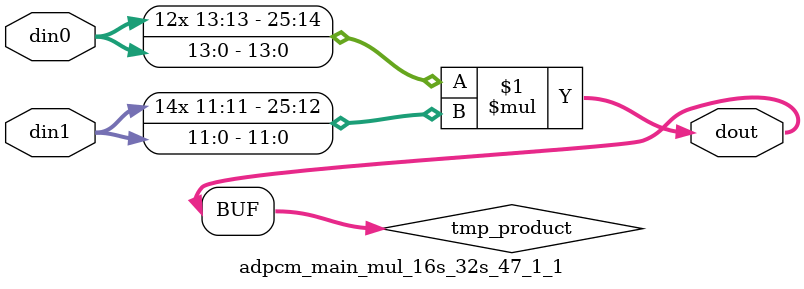
<source format=v>

`timescale 1 ns / 1 ps

  module adpcm_main_mul_16s_32s_47_1_1(din0, din1, dout);
parameter ID = 1;
parameter NUM_STAGE = 0;
parameter din0_WIDTH = 14;
parameter din1_WIDTH = 12;
parameter dout_WIDTH = 26;

input [din0_WIDTH - 1 : 0] din0; 
input [din1_WIDTH - 1 : 0] din1; 
output [dout_WIDTH - 1 : 0] dout;

wire signed [dout_WIDTH - 1 : 0] tmp_product;













assign tmp_product = $signed(din0) * $signed(din1);








assign dout = tmp_product;







endmodule

</source>
